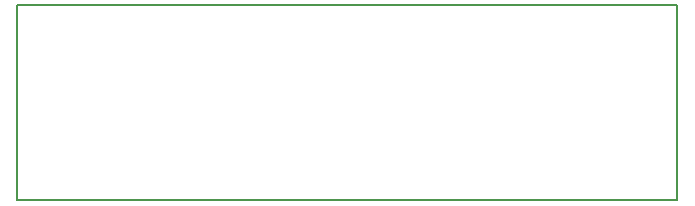
<source format=gm1>
G04 #@! TF.FileFunction,Profile,NP*
%FSLAX46Y46*%
G04 Gerber Fmt 4.6, Leading zero omitted, Abs format (unit mm)*
G04 Created by KiCad (PCBNEW 4.0.2-stable) date 4/25/2016 6:36:29 PM*
%MOMM*%
G01*
G04 APERTURE LIST*
%ADD10C,0.100000*%
%ADD11C,0.150000*%
G04 APERTURE END LIST*
D10*
D11*
X193040000Y-82550000D02*
X137160000Y-82550000D01*
X193040000Y-99060000D02*
X193040000Y-82550000D01*
X137160000Y-99060000D02*
X193040000Y-99060000D01*
X137160000Y-82550000D02*
X137160000Y-99060000D01*
M02*

</source>
